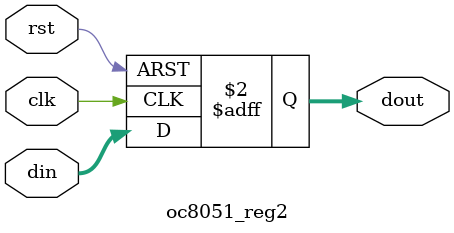
<source format=v>

`include "oc8051_timescale.v"
// synopsys translate_on


module oc8051_reg2 (clk, rst, din, dout);
input [1:0] din; input clk, rst;
output [1:0] dout;
reg [1:0] dout;

always @(posedge clk or posedge rst)
  if (rst) dout <= 2'b00;
  else dout <= #1 din;

endmodule

</source>
